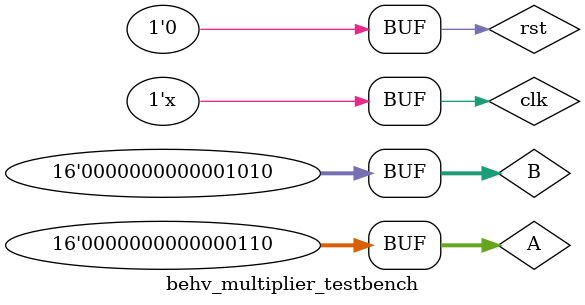
<source format=v>

`timescale 1ns / 1ps
`include "g:\Mult_se_syn.v"
`define length 16

module behv_multiplier_testbench;

reg [15:0] A;
reg [15:0] B;
wire [31:0] Res;

reg clk;
reg rst;


always
	#50 clk = ~ clk;


initial
begin
	clk = 0;
	A = 16'd6;
	B = 16'd10;
	rst = 1;
	#500 rst = 0;
end

behv_multiplier multiplier(clk,rst,A,B,Res);

endmodule

</source>
